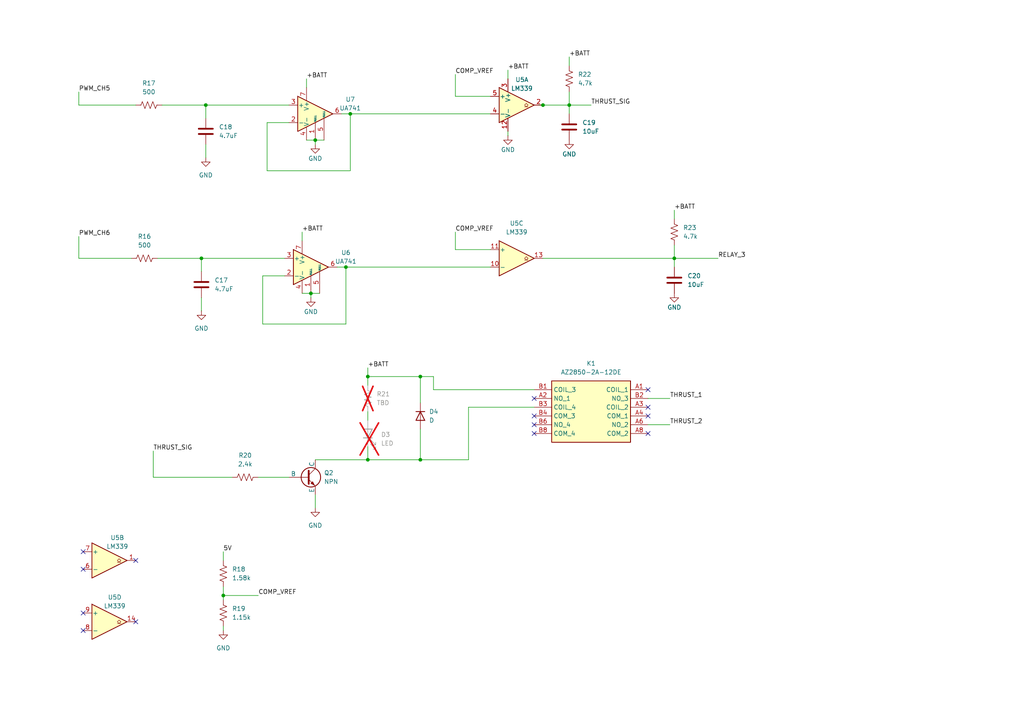
<source format=kicad_sch>
(kicad_sch (version 20231120) (generator "eeschema") (generator_version "8.0")
  (paper "A4")
  (lib_symbols
    (symbol "AZ2850-2A-12DE:AZ2850-2A-12DE"
      (property "Reference" "K1" (at 16.51 7.62 0))
      (property "Value" "AZ2850-2A-12DE" (at 16.51 5.08 0))
      (symbol "AZ2850-2A-12DE_1_1"
        (rectangle (start 5.08 2.54) (end 27.94 -15.24) (stroke (width 0.254)) (fill (type background)))
        (pin passive line (at 0 0 0) (length 5.08) (name "COIL_1") (number "A1"))
        (pin passive line (at 33.02 -2.54 180) (length 5.08) (name "NO_1") (number "A2"))
        (pin passive line (at 0 -5.08 0) (length 5.08) (name "COIL_2") (number "A3"))
        (pin passive line (at 0 -7.62 0) (length 5.08) (name "COM_1") (number "A4"))
        (pin passive line (at 0 -10.16 0) (length 5.08) (name "NO_2") (number "A6"))
        (pin passive line (at 0 -12.7 0) (length 5.08) (name "COM_2") (number "A8"))
        (pin passive line (at 33.02 0 180) (length 5.08) (name "COIL_3") (number "B1"))
        (pin passive line (at 0 -2.54 0) (length 5.08) (name "NO_3") (number "B2"))
        (pin passive line (at 33.02 -5.08 180) (length 5.08) (name "COIL_4") (number "B3"))
        (pin passive line (at 33.02 -7.62 180) (length 5.08) (name "COM_3") (number "B4"))
        (pin passive line (at 33.02 -10.16 180) (length 5.08) (name "NO_4") (number "B6"))
        (pin passive line (at 33.02 -12.7 180) (length 5.08) (name "COM_4") (number "B8"))
      )
    )
    (symbol "Amplifier_Operational:LM741" (pin_names (offset 0.127))
      (property "Reference" "U" (at 0 6.35 0))
      (property "Value" "LM741" (at 0 3.81 0))
      (symbol "LM741_0_1"
        (polyline (pts (xy -5.08 5.08) (xy 5.08 0) (xy -5.08 -5.08) (xy -5.08 5.08)) (stroke (width 0.254)) (fill (type background)))
      )
      (symbol "LM741_1_1"
        (pin input line (at 0 -7.62 90) (length 5.08) (name "NULL") (number "1"))
        (pin input line (at -7.62 -2.54 0) (length 2.54) (name "-") (number "2"))
        (pin input line (at -7.62 2.54 0) (length 2.54) (name "+") (number "3"))
        (pin power_in line (at -2.54 -7.62 90) (length 3.81) (name "V-") (number "4"))
        (pin input line (at 2.54 -7.62 90) (length 6.35) (name "NULL") (number "5"))
        (pin output line (at 7.62 0 180) (length 2.54) (name "~") (number "6"))
        (pin power_in line (at -2.54 7.62 270) (length 3.81) (name "V+") (number "7"))
        (pin no_connect line (at 0 2.54 270) (length 2.54) hide (name "NC") (number "8"))
      )
    )
    (symbol "Comparator:LM339" (pin_names (offset 0.127))
      (property "Reference" "U" (at 0 5.08 0))
      (property "Value" "LM339" (at 0 -5.08 0))
      (symbol "LM339_1_1"
        (polyline (pts (xy -5.08 5.08) (xy 5.08 0) (xy -5.08 -5.08) (xy -5.08 5.08)) (stroke (width 0.254)) (fill (type background)))
        (polyline (pts (xy 3.302 -0.508) (xy 2.794 -0.508) (xy 3.302 0) (xy 2.794 0.508) (xy 2.286 0) (xy 2.794 -0.508) (xy 2.286 -0.508)) (stroke (width 0.127)))
        (pin open_collector line (at 7.62 0 180) (length 2.54) (name "~") (number "2"))
        (pin input line (at -7.62 -2.54 0) (length 2.54) (name "-") (number "4"))
        (pin input line (at -7.62 2.54 0) (length 2.54) (name "+") (number "5"))
      )
      (symbol "LM339_2_1"
        (polyline (pts (xy -5.08 5.08) (xy 5.08 0) (xy -5.08 -5.08) (xy -5.08 5.08)) (stroke (width 0.254)) (fill (type background)))
        (polyline (pts (xy 3.302 -0.508) (xy 2.794 -0.508) (xy 3.302 0) (xy 2.794 0.508) (xy 2.286 0) (xy 2.794 -0.508) (xy 2.286 -0.508)) (stroke (width 0.127)))
        (pin open_collector line (at 7.62 0 180) (length 2.54) (name "~") (number "1"))
        (pin input line (at -7.62 -2.54 0) (length 2.54) (name "-") (number "6"))
        (pin input line (at -7.62 2.54 0) (length 2.54) (name "+") (number "7"))
      )
      (symbol "LM339_3_1"
        (polyline (pts (xy -5.08 5.08) (xy 5.08 0) (xy -5.08 -5.08) (xy -5.08 5.08)) (stroke (width 0.254)) (fill (type background)))
        (polyline (pts (xy 3.302 -0.508) (xy 2.794 -0.508) (xy 3.302 0) (xy 2.794 0.508) (xy 2.286 0) (xy 2.794 -0.508) (xy 2.286 -0.508)) (stroke (width 0.127)))
        (pin input line (at -7.62 -2.54 0) (length 2.54) (name "-") (number "10"))
        (pin input line (at -7.62 2.54 0) (length 2.54) (name "+") (number "11"))
        (pin open_collector line (at 7.62 0 180) (length 2.54) (name "~") (number "13"))
      )
      (symbol "LM339_4_1"
        (polyline (pts (xy -5.08 5.08) (xy 5.08 0) (xy -5.08 -5.08) (xy -5.08 5.08)) (stroke (width 0.254)) (fill (type background)))
        (polyline (pts (xy 3.302 -0.508) (xy 2.794 -0.508) (xy 3.302 0) (xy 2.794 0.508) (xy 2.286 0) (xy 2.794 -0.508) (xy 2.286 -0.508)) (stroke (width 0.127)))
        (pin open_collector line (at 7.62 0 180) (length 2.54) (name "~") (number "14"))
        (pin input line (at -7.62 -2.54 0) (length 2.54) (name "-") (number "8"))
        (pin input line (at -7.62 2.54 0) (length 2.54) (name "+") (number "9"))
      )
      (symbol "LM339_5_1"
        (pin power_in line (at -2.54 -7.62 90) (length 3.81) (name "V-") (number "12"))
        (pin power_in line (at -2.54 7.62 270) (length 3.81) (name "V+") (number "3"))
      )
    )
    (symbol "Device:C" (pin_numbers hide) (pin_names (offset 0.254))
      (property "Reference" "C" (at 0.635 2.54 0))
      (property "Value" "C" (at 0.635 -2.54 0))
      (symbol "C_0_1"
        (polyline (pts (xy -2.032 -0.762) (xy 2.032 -0.762)) (stroke (width 0.508)))
        (polyline (pts (xy -2.032 0.762) (xy 2.032 0.762)) (stroke (width 0.508)))
      )
      (symbol "C_1_1"
        (pin passive line (at 0 3.81 270) (length 2.794) (name "~") (number "1"))
        (pin passive line (at 0 -3.81 90) (length 2.794) (name "~") (number "2"))
      )
    )
    (symbol "Device:D" (pin_numbers hide) (pin_names (offset 1.016) hide)
      (property "Reference" "D" (at 0 2.54 0))
      (property "Value" "D" (at 0 -2.54 0))
      (symbol "D_0_1"
        (polyline (pts (xy -1.27 1.27) (xy -1.27 -1.27)) (stroke (width 0.254)))
        (polyline (pts (xy 1.27 0) (xy -1.27 0)))
        (polyline (pts (xy 1.27 1.27) (xy 1.27 -1.27) (xy -1.27 0) (xy 1.27 1.27)) (stroke (width 0.254)))
      )
      (symbol "D_1_1"
        (pin passive line (at -3.81 0 0) (length 2.54) (name "K") (number "1"))
        (pin passive line (at 3.81 0 180) (length 2.54) (name "A") (number "2"))
      )
    )
    (symbol "Device:LED" (pin_numbers hide) (pin_names (offset 1.016) hide)
      (property "Reference" "D" (at 0 2.54 0))
      (property "Value" "LED" (at 0 -2.54 0))
      (symbol "LED_0_1"
        (polyline (pts (xy -1.27 -1.27) (xy -1.27 1.27)) (stroke (width 0.254)))
        (polyline (pts (xy -1.27 0) (xy 1.27 0)))
        (polyline (pts (xy 1.27 -1.27) (xy 1.27 1.27) (xy -1.27 0) (xy 1.27 -1.27)) (stroke (width 0.254)))
        (polyline (pts (xy -3.048 -0.762) (xy -4.572 -2.286) (xy -3.81 -2.286) (xy -4.572 -2.286) (xy -4.572 -1.524)))
        (polyline (pts (xy -1.778 -0.762) (xy -3.302 -2.286) (xy -2.54 -2.286) (xy -3.302 -2.286) (xy -3.302 -1.524)))
      )
      (symbol "LED_1_1"
        (pin passive line (at -3.81 0 0) (length 2.54) (name "K") (number "1"))
        (pin passive line (at 3.81 0 180) (length 2.54) (name "A") (number "2"))
      )
    )
    (symbol "Device:R_US" (pin_numbers hide) (pin_names (offset 0))
      (property "Reference" "R" (at 2.54 0 90))
      (property "Value" "R_US" (at -2.54 0 90))
      (symbol "R_US_0_1"
        (polyline (pts (xy 0 -2.286) (xy 0 -2.54)))
        (polyline (pts (xy 0 2.286) (xy 0 2.54)))
        (polyline (pts (xy 0 -0.762) (xy 1.016 -1.143) (xy 0 -1.524) (xy -1.016 -1.905) (xy 0 -2.286)))
        (polyline (pts (xy 0 0.762) (xy 1.016 0.381) (xy 0 0) (xy -1.016 -0.381) (xy 0 -0.762)))
        (polyline (pts (xy 0 2.286) (xy 1.016 1.905) (xy 0 1.524) (xy -1.016 1.143) (xy 0 0.762)))
      )
      (symbol "R_US_1_1"
        (pin passive line (at 0 3.81 270) (length 1.27) (name "~") (number "1"))
        (pin passive line (at 0 -3.81 90) (length 1.27) (name "~") (number "2"))
      )
    )
    (symbol "Simulation_SPICE:NPN" (pin_numbers hide) (pin_names (offset 0))
      (property "Reference" "Q" (at -2.54 7.62 0))
      (property "Value" "NPN" (at -2.54 5.08 0))
      (symbol "NPN_0_1"
        (polyline (pts (xy -2.54 0) (xy 0.635 0)) (stroke (width 0.1524)))
        (polyline (pts (xy 0.635 0.635) (xy 2.54 2.54)))
        (polyline (pts (xy 2.794 -1.27) (xy 2.794 -1.27)) (stroke (width 0.1524)))
        (polyline (pts (xy 2.794 -1.27) (xy 2.794 -1.27)) (stroke (width 0.1524)))
        (polyline (pts (xy 0.635 -0.635) (xy 2.54 -2.54) (xy 2.54 -2.54)))
        (polyline (pts (xy 0.635 1.905) (xy 0.635 -1.905) (xy 0.635 -1.905)) (stroke (width 0.508)))
        (polyline (pts (xy 1.27 -1.778) (xy 1.778 -1.27) (xy 2.286 -2.286) (xy 1.27 -1.778) (xy 1.27 -1.778)) (fill (type outline)))
        (circle (center 1.27 0) (radius 2.8194) (stroke (width 0.254)))
      )
      (symbol "NPN_1_1"
        (pin open_collector line (at 2.54 5.08 270) (length 2.54) (name "C") (number "1"))
        (pin input line (at -5.08 0 0) (length 2.54) (name "B") (number "2"))
        (pin open_emitter line (at 2.54 -5.08 90) (length 2.54) (name "E") (number "3"))
      )
    )
    (symbol "power:GND" (power) (pin_numbers hide) (pin_names (offset 0) hide)
      (property "Value" "GND" (at 0 -3.81 0))
      (symbol "GND_0_1"
        (polyline (pts (xy 0 0) (xy 0 -1.27) (xy 1.27 -1.27) (xy 0 -2.54) (xy -1.27 -1.27) (xy 0 -1.27)))
      )
      (symbol "GND_1_1"
        (pin power_in line (at 0 0 270) (length 0) (name "~") (number "1"))
      )
    )
  )
  (junction (at 195.58 74.93))
  (junction (at 121.92 133.35))
  (junction (at 165.1 30.48))
  (junction (at 59.69 30.48))
  (junction (at 90.17 85.09))
  (junction (at 106.68 109.22))
  (junction (at 58.42 74.93))
  (junction (at 106.68 133.35))
  (junction (at 64.77 172.72))
  (junction (at 100.33 77.47))
  (junction (at 91.44 40.64))
  (junction (at 157.48 30.48))
  (junction (at 101.6 33.02))
  (junction (at 121.92 109.22))
  (no_connect (at 187.96 118.11))
  (no_connect (at 187.96 113.03))
  (no_connect (at 154.94 120.65))
  (no_connect (at 187.96 125.73))
  (no_connect (at 187.96 120.65))
  (no_connect (at 154.94 125.73))
  (no_connect (at 24.13 182.88))
  (no_connect (at 39.37 180.34))
  (no_connect (at 39.37 162.56))
  (no_connect (at 24.13 165.1))
  (no_connect (at 24.13 177.8))
  (no_connect (at 154.94 123.19))
  (no_connect (at 154.94 115.57))
  (no_connect (at 24.13 160.02))
  (wire (pts (xy 100.33 93.98) (xy 100.33 77.47)))
  (wire (pts (xy 121.92 133.35) (xy 106.68 133.35)))
  (wire (pts (xy 59.69 30.48) (xy 59.69 34.29)))
  (wire (pts (xy 59.69 30.48) (xy 83.82 30.48)))
  (wire (pts (xy 121.92 124.46) (xy 121.92 133.35)))
  (wire (pts (xy 64.77 172.72) (xy 64.77 173.99)))
  (wire (pts (xy 154.94 118.11) (xy 135.89 118.11)))
  (wire (pts (xy 154.94 113.03) (xy 125.73 113.03)))
  (wire (pts (xy 132.08 27.94) (xy 142.24 27.94)))
  (wire (pts (xy 106.68 109.22) (xy 106.68 111.76)))
  (wire (pts (xy 91.44 133.35) (xy 106.68 133.35)))
  (wire (pts (xy 147.32 20.32) (xy 147.32 22.86)))
  (wire (pts (xy 45.72 74.93) (xy 58.42 74.93)))
  (wire (pts (xy 195.58 74.93) (xy 195.58 77.47)))
  (wire (pts (xy 132.08 72.39) (xy 142.24 72.39)))
  (wire (pts (xy 125.73 113.03) (xy 125.73 109.22)))
  (wire (pts (xy 106.68 133.35) (xy 106.68 129.54)))
  (wire (pts (xy 125.73 109.22) (xy 121.92 109.22)))
  (wire (pts (xy 46.99 30.48) (xy 59.69 30.48)))
  (wire (pts (xy 91.44 40.64) (xy 93.98 40.64)))
  (wire (pts (xy 195.58 60.96) (xy 195.58 63.5)))
  (wire (pts (xy 106.68 106.68) (xy 106.68 109.22)))
  (wire (pts (xy 101.6 33.02) (xy 99.06 33.02)))
  (wire (pts (xy 135.89 133.35) (xy 121.92 133.35)))
  (wire (pts (xy 77.47 35.56) (xy 83.82 35.56)))
  (wire (pts (xy 132.08 67.31) (xy 132.08 72.39)))
  (wire (pts (xy 58.42 74.93) (xy 58.42 78.74)))
  (wire (pts (xy 64.77 172.72) (xy 74.93 172.72)))
  (wire (pts (xy 44.45 130.81) (xy 44.45 138.43)))
  (wire (pts (xy 187.96 123.19) (xy 194.31 123.19)))
  (wire (pts (xy 59.69 41.91) (xy 59.69 45.72)))
  (wire (pts (xy 132.08 21.59) (xy 132.08 27.94)))
  (wire (pts (xy 156.21 30.48) (xy 157.48 30.48)))
  (wire (pts (xy 165.1 30.48) (xy 171.45 30.48)))
  (wire (pts (xy 165.1 30.48) (xy 165.1 33.02)))
  (wire (pts (xy 74.93 138.43) (xy 83.82 138.43)))
  (wire (pts (xy 76.2 80.01) (xy 82.55 80.01)))
  (wire (pts (xy 88.9 22.86) (xy 88.9 25.4)))
  (wire (pts (xy 87.63 85.09) (xy 90.17 85.09)))
  (wire (pts (xy 87.63 67.31) (xy 87.63 69.85)))
  (wire (pts (xy 147.32 38.1) (xy 147.32 39.37)))
  (wire (pts (xy 195.58 74.93) (xy 208.28 74.93)))
  (wire (pts (xy 101.6 49.53) (xy 101.6 33.02)))
  (wire (pts (xy 88.9 40.64) (xy 91.44 40.64)))
  (wire (pts (xy 100.33 77.47) (xy 97.79 77.47)))
  (wire (pts (xy 64.77 160.02) (xy 64.77 162.56)))
  (wire (pts (xy 76.2 80.01) (xy 76.2 93.98)))
  (wire (pts (xy 121.92 109.22) (xy 106.68 109.22)))
  (wire (pts (xy 64.77 181.61) (xy 64.77 182.88)))
  (wire (pts (xy 90.17 85.09) (xy 92.71 85.09)))
  (wire (pts (xy 135.89 118.11) (xy 135.89 133.35)))
  (wire (pts (xy 165.1 16.51) (xy 165.1 19.05)))
  (wire (pts (xy 64.77 170.18) (xy 64.77 172.72)))
  (wire (pts (xy 91.44 143.51) (xy 91.44 147.32)))
  (wire (pts (xy 157.48 74.93) (xy 195.58 74.93)))
  (wire (pts (xy 100.33 77.47) (xy 142.24 77.47)))
  (wire (pts (xy 91.44 40.64) (xy 91.44 41.91)))
  (wire (pts (xy 76.2 93.98) (xy 100.33 93.98)))
  (wire (pts (xy 58.42 86.36) (xy 58.42 90.17)))
  (wire (pts (xy 44.45 138.43) (xy 67.31 138.43)))
  (wire (pts (xy 22.86 74.93) (xy 38.1 74.93)))
  (wire (pts (xy 90.17 85.09) (xy 90.17 86.36)))
  (wire (pts (xy 195.58 74.93) (xy 195.58 71.12)))
  (wire (pts (xy 106.68 119.38) (xy 106.68 121.92)))
  (wire (pts (xy 157.48 30.48) (xy 165.1 30.48)))
  (wire (pts (xy 58.42 74.93) (xy 82.55 74.93)))
  (wire (pts (xy 77.47 35.56) (xy 77.47 49.53)))
  (wire (pts (xy 77.47 49.53) (xy 101.6 49.53)))
  (wire (pts (xy 101.6 33.02) (xy 142.24 33.02)))
  (wire (pts (xy 22.86 68.58) (xy 22.86 74.93)))
  (wire (pts (xy 22.86 30.48) (xy 22.86 26.67)))
  (wire (pts (xy 187.96 115.57) (xy 194.31 115.57)))
  (wire (pts (xy 121.92 116.84) (xy 121.92 109.22)))
  (wire (pts (xy 165.1 30.48) (xy 165.1 26.67)))
  (wire (pts (xy 39.37 30.48) (xy 22.86 30.48)))
  (label "+BATT" (at 88.9 22.86 0))
  (label "+BATT" (at 106.68 106.68 0))
  (label "COMP_VREF" (at 132.08 21.59 0))
  (label "5V" (at 64.77 160.02 0))
  (label "COMP_VREF" (at 74.93 172.72 0))
  (label "+BATT" (at 195.58 60.96 0))
  (label "THRUST_2" (at 194.31 123.19 0))
  (label "+BATT" (at 87.63 67.31 0))
  (label "COMP_VREF" (at 132.08 67.31 0))
  (label "THRUST_SIG" (at 171.45 30.48 0))
  (label "+BATT" (at 165.1 16.51 0))
  (label "RELAY_3" (at 208.28 74.93 0))
  (label "PWM_CH6" (at 22.86 68.58 0))
  (label "PWM_CH5" (at 22.86 26.67 0))
  (label "THRUST_1" (at 194.31 115.57 0))
  (label "THRUST_SIG" (at 44.45 130.81 0))
  (label "+BATT" (at 147.32 20.32 0))
  (symbol (lib_id "power:GND") (at 147.32 39.37 0) (unit 1)
    (property "Reference" "#PWR020" (effects (hide yes)))
    (property "Value" "GND" (at 147.32 43.434 0))
    (property "Description" "Power symbol creates a global label with name \"GND\" , ground" (effects (hide yes)))
  )
  (symbol (lib_id "Amplifier_Operational:LM741") (at 90.17 77.47 0) (unit 1)
    (property "Reference" "U6" (at 100.33 73.279 0))
    (property "Value" "UA741" (at 100.33 75.819 0))
    (property "Footprint" "PDC_Foot:SOIC127P599X175-8N" (effects (hide yes)))
    (property "Datasheet" "UA741CDR" (effects (hide yes)))
    (property "Description" "Operational Amplifier, DIP-8/TO-99-8" (effects (hide yes)))
  )
  (symbol (lib_id "Device:R_US") (at 64.77 166.37 180) (unit 1)
    (property "Reference" "R18" (at 67.31 165.0999 0) (effects (justify right)))
    (property "Value" "1.58k" (at 67.31 167.6399 0) (effects (justify right)))
    (property "Footprint" "PDC_Foot:RES_ERA6AEB1581V" (effects (hide yes)))
    (property "Datasheet" "ERA-6AEB1581V" (effects (hide yes)))
    (property "Description" "Resistor, US symbol" (effects (hide yes)))
  )
  (symbol (lib_id "Device:R_US") (at 106.68 115.57 180) (unit 1) (dnp yes)
    (property "Reference" "R21" (at 109.22 114.2999 0) (effects (justify right)))
    (property "Value" "TBD" (at 109.22 116.8399 0) (effects (justify right)))
    (property "Description" "Resistor, US symbol" (effects (hide yes)))
  )
  (symbol (lib_id "Device:D") (at 121.92 120.65 270) (unit 1)
    (property "Reference" "D4" (at 124.46 119.3799 90) (effects (justify left)))
    (property "Value" "D" (at 124.46 121.9199 90) (effects (justify left)))
    (property "Footprint" "PDC_Foot:SOT_45-M3&slash_I_VIS" (effects (hide yes)))
    (property "Datasheet" "V40DL45-M3/I" (effects (hide yes)))
    (property "Description" "Diode" (effects (hide yes)))
    (property "Sim.Device" "D" (effects (hide yes)))
    (property "Sim.Pins" "1=K 2=A" (effects (hide yes)))
  )
  (symbol (lib_id "power:GND") (at 90.17 86.36 0) (unit 1)
    (property "Reference" "#PWR017" (effects (hide yes)))
    (property "Value" "GND" (at 90.17 90.424 0))
    (property "Description" "Power symbol creates a global label with name \"GND\" , ground" (effects (hide yes)))
  )
  (symbol (lib_id "Comparator:LM339") (at 149.86 30.48 0) (unit 1)
    (property "Reference" "U5" (at 151.384 23.114 0))
    (property "Value" "LM339" (at 151.384 25.654 0))
    (property "Footprint" "Package_SO:TSSOP-14_4.4x5mm_P0.65mm" (effects (hide yes)))
    (property "Datasheet" "https://www.st.com/resource/en/datasheet/lm139.pdf" (effects (hide yes)))
    (property "Description" "Quad Differential Comparators, SOIC-14/TSSOP-14" (effects (hide yes)))
  )
  (symbol (lib_id "Device:R_US") (at 64.77 177.8 180) (unit 1)
    (property "Reference" "R19" (at 67.31 176.5299 0) (effects (justify right)))
    (property "Value" "1.15k" (at 67.31 179.0699 0) (effects (justify right)))
    (property "Footprint" "PDC_Foot:RES_ERA6AEB1581V" (effects (hide yes)))
    (property "Datasheet" "ERA-6AEB1581V" (effects (hide yes)))
    (property "Description" "Resistor, US symbol" (effects (hide yes)))
  )
  (symbol (lib_id "Device:R_US") (at 71.12 138.43 90) (unit 1)
    (property "Reference" "R20" (at 71.12 132.08 90))
    (property "Value" "2.4k" (at 71.12 134.62 90))
    (property "Footprint" "Lidar_Foot:RESC1607X60N" (effects (hide yes)))
    (property "Datasheet" "RC0603FR-072K4L" (effects (hide yes)))
    (property "Description" "Resistor, US symbol" (effects (hide yes)))
  )
  (symbol (lib_id "Comparator:LM339") (at 31.75 180.34 0) (unit 4)
    (property "Reference" "U5" (at 33.274 173.228 0))
    (property "Value" "LM339" (at 33.274 175.768 0))
    (property "Footprint" "Package_SO:TSSOP-14_4.4x5mm_P0.65mm" (effects (hide yes)))
    (property "Datasheet" "https://www.st.com/resource/en/datasheet/lm139.pdf" (effects (hide yes)))
    (property "Description" "Quad Differential Comparators, SOIC-14/TSSOP-14" (effects (hide yes)))
  )
  (symbol (lib_id "Device:R_US") (at 195.58 67.31 180) (unit 1)
    (property "Reference" "R23" (at 198.12 66.0399 0) (effects (justify right)))
    (property "Value" "4.7k" (at 198.12 68.5799 0) (effects (justify right)))
    (property "Footprint" "PDC_Foot:RESC2012X65N" (effects (hide yes)))
    (property "Datasheet" "RMCF0805JT4K70" (effects (hide yes)))
    (property "Description" "Resistor, US symbol" (effects (hide yes)))
  )
  (symbol (lib_id "power:GND") (at 91.44 41.91 0) (unit 1)
    (property "Reference" "#PWR018" (effects (hide yes)))
    (property "Value" "GND" (at 91.44 45.974 0))
    (property "Description" "Power symbol creates a global label with name \"GND\" , ground" (effects (hide yes)))
  )
  (symbol (lib_id "AZ2850-2A-12DE:AZ2850-2A-12DE") (at 187.96 113.03 0) (mirror y) (unit 1)
    (property "Reference" "K1" (at 171.45 105.41 0))
    (property "Value" "AZ2850-2A-12DE" (at 171.45 107.95 0))
    (property "Footprint" "AZ2850-2A-12DE:AZ28502A12DE" (effects (hide yes)))
    (property "Datasheet" "https://www.azettler.com/pdfs/az2850.pdf" (effects (hide yes)))
    (property "Description" "Power Relay 12VDC 30A DPST-NO(52.6x34.8x30.7)mm THT" (effects (hide yes)))
    (property "Height" "30.7" (effects (hide yes)))
    (property "Manufacturer_Name" "American Zettler" (effects (hide yes)))
    (property "Manufacturer_Part_Number" "AZ2850-2A-12DE" (effects (hide yes)))
  )
  (symbol (lib_id "power:GND") (at 58.42 90.17 0) (unit 1)
    (property "Reference" "#PWR014" (effects (hide yes)))
    (property "Value" "GND" (at 58.42 95.25 0))
    (property "Description" "Power symbol creates a global label with name \"GND\" , ground" (effects (hide yes)))
  )
  (symbol (lib_id "Simulation_SPICE:NPN") (at 88.9 138.43 0) (unit 1)
    (property "Reference" "Q2" (at 93.98 137.1599 0) (effects (justify left)))
    (property "Value" "NPN" (at 93.98 139.6999 0) (effects (justify left)))
    (property "Footprint" "PDC_Foot:SOT95P237X111-3N" (effects (hide yes)))
    (property "Datasheet" "BCW65ALT1G" (effects (hide yes)))
    (property "Description" "Bipolar transistor symbol for simulation only, substrate tied to the emitter" (effects (hide yes)))
    (property "Sim.Device" "NPN" (effects (hide yes)))
    (property "Sim.Type" "GUMMELPOON" (effects (hide yes)))
    (property "Sim.Pins" "1=C 2=B 3=E" (effects (hide yes)))
  )
  (symbol (lib_id "power:GND") (at 91.44 147.32 0) (unit 1)
    (property "Reference" "#PWR019" (effects (hide yes)))
    (property "Value" "GND" (at 91.44 152.4 0))
    (property "Description" "Power symbol creates a global label with name \"GND\" , ground" (effects (hide yes)))
  )
  (symbol (lib_id "Device:LED") (at 106.68 125.73 90) (unit 1) (dnp yes)
    (property "Reference" "D3" (at 110.49 126.0474 90) (effects (justify right)))
    (property "Value" "LED" (at 110.49 128.5874 90) (effects (justify right)))
    (property "Description" "Light emitting diode" (effects (hide yes)))
  )
  (symbol (lib_id "Comparator:LM339") (at 149.86 74.93 0) (unit 3)
    (property "Reference" "U5" (at 149.86 64.77 0))
    (property "Value" "LM339" (at 149.86 67.31 0))
    (property "Footprint" "Package_SO:TSSOP-14_4.4x5mm_P0.65mm" (effects (hide yes)))
    (property "Datasheet" "https://www.st.com/resource/en/datasheet/lm139.pdf" (effects (hide yes)))
    (property "Description" "Quad Differential Comparators, SOIC-14/TSSOP-14" (effects (hide yes)))
  )
  (symbol (lib_id "Device:R_US") (at 43.18 30.48 90) (unit 1)
    (property "Reference" "R17" (at 43.18 24.13 90))
    (property "Value" "500" (at 43.18 26.67 90))
    (property "Footprint" "PDC_Foot:RESC1608X55N" (effects (hide yes)))
    (property "Datasheet" "RT0603BRC07500RL" (effects (hide yes)))
    (property "Description" "Resistor, US symbol" (effects (hide yes)))
  )
  (symbol (lib_id "power:GND") (at 59.69 45.72 0) (unit 1)
    (property "Reference" "#PWR015" (effects (hide yes)))
    (property "Value" "GND" (at 59.69 50.8 0))
    (property "Description" "Power symbol creates a global label with name \"GND\" , ground" (effects (hide yes)))
  )
  (symbol (lib_id "Device:C") (at 195.58 81.28 0) (unit 1)
    (property "Reference" "C20" (at 199.39 80.0099 0) (effects (justify left)))
    (property "Value" "10uF" (at 199.39 82.5499 0) (effects (justify left)))
    (property "Footprint" "PDC_Foot:CAPC2012X135N" (effects (hide yes)))
    (property "Datasheet" "CL21A106KOQNNNE" (effects (hide yes)))
    (property "Description" "Unpolarized capacitor" (effects (hide yes)))
  )
  (symbol (lib_id "Device:C") (at 59.69 38.1 0) (unit 1)
    (property "Reference" "C18" (at 63.5 36.8299 0) (effects (justify left)))
    (property "Value" "4.7uF" (at 63.5 39.3699 0) (effects (justify left)))
    (property "Footprint" "PDC_Foot:CAPC2012X140N" (effects (hide yes)))
    (property "Datasheet" "CL21A475KAQNNNE" (effects (hide yes)))
    (property "Description" "Unpolarized capacitor" (effects (hide yes)))
  )
  (symbol (lib_id "Device:R_US") (at 41.91 74.93 90) (unit 1)
    (property "Reference" "R16" (at 41.91 68.58 90))
    (property "Value" "500" (at 41.91 71.12 90))
    (property "Footprint" "PDC_Foot:RESC1608X55N" (effects (hide yes)))
    (property "Datasheet" "RT0603BRC07500RL" (effects (hide yes)))
    (property "Description" "Resistor, US symbol" (effects (hide yes)))
  )
  (symbol (lib_id "Device:R_US") (at 165.1 22.86 180) (unit 1)
    (property "Reference" "R22" (at 167.64 21.5899 0) (effects (justify right)))
    (property "Value" "4.7k" (at 167.64 24.1299 0) (effects (justify right)))
    (property "Footprint" "PDC_Foot:RESC2012X65N" (effects (hide yes)))
    (property "Datasheet" "RMCF0805JT4K70" (effects (hide yes)))
    (property "Description" "Resistor, US symbol" (effects (hide yes)))
  )
  (symbol (lib_id "power:GND") (at 64.77 182.88 0) (unit 1)
    (property "Reference" "#PWR016" (effects (hide yes)))
    (property "Value" "GND" (at 64.77 187.96 0))
    (property "Description" "Power symbol creates a global label with name \"GND\" , ground" (effects (hide yes)))
  )
  (symbol (lib_id "power:GND") (at 165.1 40.64 0) (unit 1)
    (property "Reference" "#PWR021" (effects (hide yes)))
    (property "Value" "GND" (at 165.1 44.704 0))
    (property "Description" "Power symbol creates a global label with name \"GND\" , ground" (effects (hide yes)))
  )
  (symbol (lib_id "Comparator:LM339") (at 149.86 30.48 0) (unit 5)
    (property "Reference" "U5" (effects (hide yes)))
    (property "Value" "LM339" (effects (hide yes)))
    (property "Footprint" "Package_SO:TSSOP-14_4.4x5mm_P0.65mm" (effects (hide yes)))
    (property "Datasheet" "https://www.st.com/resource/en/datasheet/lm139.pdf" (effects (hide yes)))
    (property "Description" "Quad Differential Comparators, SOIC-14/TSSOP-14" (effects (hide yes)))
  )
  (symbol (lib_id "Comparator:LM339") (at 31.75 162.56 0) (unit 2)
    (property "Reference" "U5" (at 34.036 155.956 0))
    (property "Value" "LM339" (at 34.036 158.496 0))
    (property "Footprint" "Package_SO:TSSOP-14_4.4x5mm_P0.65mm" (effects (hide yes)))
    (property "Datasheet" "https://www.st.com/resource/en/datasheet/lm139.pdf" (effects (hide yes)))
    (property "Description" "Quad Differential Comparators, SOIC-14/TSSOP-14" (effects (hide yes)))
  )
  (symbol (lib_id "Device:C") (at 58.42 82.55 0) (unit 1)
    (property "Reference" "C17" (at 62.23 81.2799 0) (effects (justify left)))
    (property "Value" "4.7uF" (at 62.23 83.8199 0) (effects (justify left)))
    (property "Footprint" "PDC_Foot:CAPC2012X140N" (effects (hide yes)))
    (property "Datasheet" "CL21A475KAQNNNE" (effects (hide yes)))
    (property "Description" "Unpolarized capacitor" (effects (hide yes)))
  )
  (symbol (lib_id "Amplifier_Operational:LM741") (at 91.44 33.02 0) (unit 1)
    (property "Reference" "U7" (at 101.6 28.829 0))
    (property "Value" "UA741" (at 101.6 31.369 0))
    (property "Footprint" "PDC_Foot:SOIC127P599X175-8N" (effects (hide yes)))
    (property "Datasheet" "UA741CDR" (effects (hide yes)))
    (property "Description" "Operational Amplifier, DIP-8/TO-99-8" (effects (hide yes)))
  )
  (symbol (lib_id "power:GND") (at 195.58 85.09 0) (unit 1)
    (property "Reference" "#PWR022" (effects (hide yes)))
    (property "Value" "GND" (at 195.58 89.154 0))
    (property "Description" "Power symbol creates a global label with name \"GND\" , ground" (effects (hide yes)))
  )
  (symbol (lib_id "Device:C") (at 165.1 36.83 180) (unit 1)
    (property "Reference" "C19" (at 168.91 35.5599 0) (effects (justify right)))
    (property "Value" "10uF" (at 168.91 38.0999 0) (effects (justify right)))
    (property "Footprint" "PDC_Foot:CAPC2012X135N" (effects (hide yes)))
    (property "Datasheet" "CL21A106KOQNNNE" (effects (hide yes)))
    (property "Description" "Unpolarized capacitor" (effects (hide yes)))
  )
)
</source>
